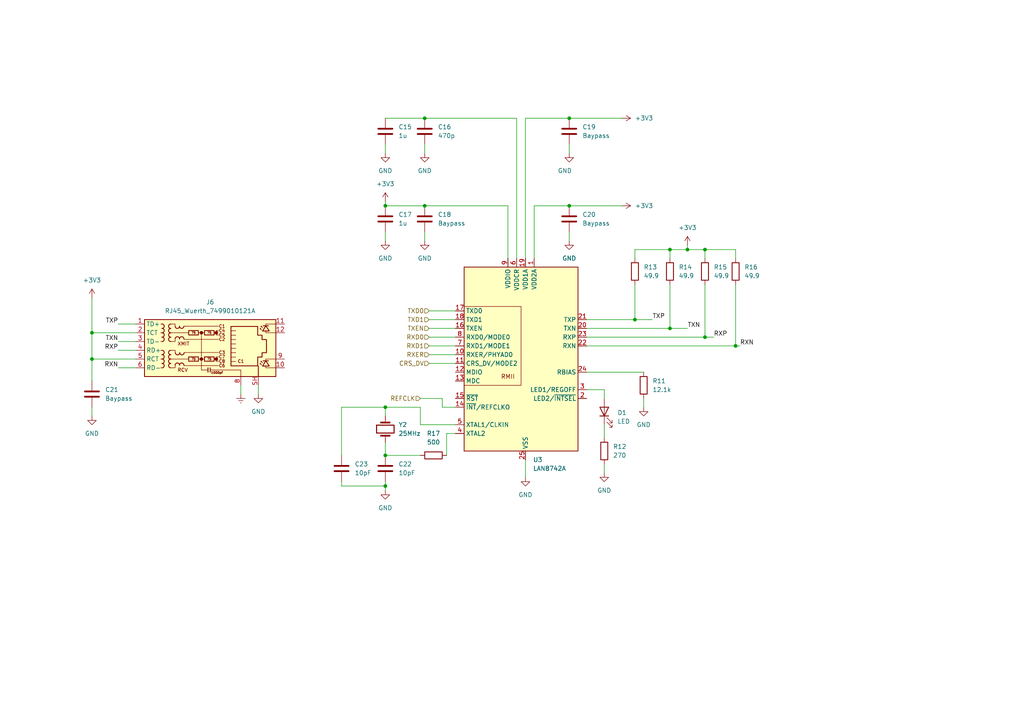
<source format=kicad_sch>
(kicad_sch (version 20230121) (generator eeschema)
  (paper "A4")
  (lib_symbols
    (symbol "Connector:RJ45_Wuerth_7499010121A"
      (property "Reference" "J" (at 17.78 10.16 0))
      (property "Value" "RJ45_Wuerth_7499010121A" (at -6.35 10.16 0))
      (symbol "RJ45_Wuerth_7499010121A_0_0"
        (circle (center -1.27 -2.54) (radius 0.0001) (stroke (width 0.508)))
        (circle (center -1.27 5.08) (radius 0.0001) (stroke (width 0.508)))
        (polyline (pts (xy -1.27 5.08) (xy -1.27 -5.715)))
        (polyline (pts (xy 0.635 -5.08) (xy 0.635 -6.35)) (stroke (width 0.254)))
        (polyline (pts (xy 1.27 -5.08) (xy 1.27 -6.35)) (stroke (width 0.254)))
        (polyline (pts (xy 3.048 -2.54) (xy 2.54 -2.54)))
        (polyline (pts (xy 3.048 5.08) (xy 2.54 5.08)))
        (polyline (pts (xy 17.399 -3.175) (xy 17.399 -2.54) (xy 20.32 -2.54)))
        (polyline (pts (xy 17.399 6.985) (xy 17.399 7.62) (xy 20.32 7.62)))
        (polyline (pts (xy 20.32 -5.08) (xy 17.399 -5.08) (xy 17.399 -4.572)))
        (polyline (pts (xy 20.32 5.08) (xy 17.399 5.08) (xy 17.399 5.588)))
        (polyline (pts (xy 3.683 -1.905) (xy 3.048 -1.905) (xy 3.048 -3.175) (xy 3.683 -3.175)))
        (polyline (pts (xy 3.683 5.715) (xy 3.048 5.715) (xy 3.048 4.445) (xy 3.683 4.445)))
        (circle (center 3.048 -2.54) (radius 0.0001) (stroke (width 0.508)))
        (circle (center 3.048 5.08) (radius 0.0001) (stroke (width 0.508)))
        (text "C1" (at 4.699 6.985 0) (effects (font (size 0.889 0.889))))
        (text "C1" (at 10.16 -3.175 0) (effects (font (size 0.889 0.889))))
        (text "C2" (at 4.699 3.175 0) (effects (font (size 0.889 0.889))))
        (text "C3" (at 4.699 -0.635 0) (effects (font (size 0.889 0.889))))
        (text "C4" (at 4.699 5.715 0) (effects (font (size 0.889 0.889))))
        (text "C5" (at 4.699 4.445 0) (effects (font (size 0.889 0.889))))
        (text "C6" (at 4.699 -4.445 0) (effects (font (size 0.889 0.889))))
        (text "C7" (at 4.699 -1.905 0) (effects (font (size 0.889 0.889))))
        (text "C8" (at 4.699 -3.175 0) (effects (font (size 0.889 0.889))))
        (text "RCV" (at -8.255 -5.715 0) (effects (font (size 1.016 1.016)) (justify left)))
        (text "XMIT" (at -8.255 1.905 0) (effects (font (size 1.016 1.016)) (justify left)))
      )
      (symbol "RJ45_Wuerth_7499010121A_0_1"
        (rectangle (start -17.78 8.89) (end 20.32 -7.62) (stroke (width 0.254)) (fill (type background)))
        (polyline (pts (xy -12.7 -5.08) (xy -13.081 -5.08)))
        (polyline (pts (xy -12.7 -2.54) (xy -13.081 -2.54)))
        (polyline (pts (xy -12.7 0) (xy -13.081 0)))
        (polyline (pts (xy -12.7 2.54) (xy -13.081 2.54)))
        (polyline (pts (xy -12.7 5.08) (xy -13.081 5.08)))
        (polyline (pts (xy -12.7 7.62) (xy -13.081 7.62)))
        (polyline (pts (xy -6.35 -4.445) (xy 3.683 -4.445)))
        (polyline (pts (xy -6.35 3.175) (xy 3.683 3.175)))
        (polyline (pts (xy -6.35 6.985) (xy 3.683 6.985)))
        (polyline (pts (xy -6.223 -0.635) (xy 3.683 -0.635)))
        (polyline (pts (xy -5.08 -2.54) (xy -10.16 -2.54)))
        (polyline (pts (xy -4.953 5.08) (xy -10.16 5.08)))
        (polyline (pts (xy -2.159 -2.54) (xy -0.381 -2.54)))
        (polyline (pts (xy -2.159 5.08) (xy -0.381 5.08)))
        (polyline (pts (xy 0.635 -5.715) (xy -1.27 -5.715)))
        (polyline (pts (xy 7.4295 -1.9685) (xy 8.6995 -1.9685)))
        (polyline (pts (xy 7.4295 -0.6985) (xy 8.6995 -0.6985)))
        (polyline (pts (xy 7.4295 0.5715) (xy 8.6995 0.5715)))
        (polyline (pts (xy 7.4295 1.8415) (xy 8.6995 1.8415)))
        (polyline (pts (xy 7.4295 3.1115) (xy 8.6995 3.1115)))
        (polyline (pts (xy 8.6995 -3.2385) (xy 7.4295 -3.2385)))
        (polyline (pts (xy 8.6995 4.3815) (xy 7.4295 4.3815)))
        (polyline (pts (xy 8.6995 5.6515) (xy 7.4295 5.6515)))
        (polyline (pts (xy 10.16 -5.715) (xy 1.27 -5.715)))
        (polyline (pts (xy 10.16 -5.715) (xy 10.16 -7.62)))
        (polyline (pts (xy -10.16 0) (xy -8.89 0) (xy -8.89 -0.635)))
        (polyline (pts (xy -10.16 7.62) (xy -8.89 7.62) (xy -8.89 6.985)))
        (polyline (pts (xy -8.89 -4.445) (xy -8.89 -5.08) (xy -10.16 -5.08)))
        (polyline (pts (xy -8.89 3.175) (xy -8.89 2.54) (xy -10.16 2.54)))
      )
      (symbol "RJ45_Wuerth_7499010121A_1_0"
        (text "1000pF" (at 3.302 -6.477 0) (effects (font (size 0.635 0.635))))
      )
      (symbol "RJ45_Wuerth_7499010121A_1_1"
        (arc (start -12.7 -1.27) (mid -12.0677 -0.635) (end -12.7 0) (stroke (width 0.254)))
        (arc (start -12.6973 -5.08) (mid -12.065 -4.445) (end -12.6973 -3.81) (stroke (width 0.254)))
        (arc (start -12.6973 -3.81) (mid -12.065 -3.175) (end -12.6973 -2.54) (stroke (width 0.254)))
        (arc (start -12.6973 -2.54) (mid -12.065 -1.905) (end -12.6973 -1.27) (stroke (width 0.254)))
        (arc (start -12.6973 6.35) (mid -12.065 6.985) (end -12.6973 7.62) (stroke (width 0.254)))
        (arc (start -12.6946 2.54) (mid -12.0623 3.175) (end -12.6946 3.81) (stroke (width 0.254)))
        (arc (start -12.6946 3.81) (mid -12.0623 4.445) (end -12.6946 5.08) (stroke (width 0.254)))
        (arc (start -12.6946 5.08) (mid -12.0623 5.715) (end -12.6946 6.35) (stroke (width 0.254)))
        (arc (start -10.1654 -2.54) (mid -10.7977 -3.175) (end -10.1654 -3.81) (stroke (width 0.254)))
        (arc (start -10.1654 -1.27) (mid -10.7977 -1.905) (end -10.1654 -2.54) (stroke (width 0.254)))
        (arc (start -10.1654 0) (mid -10.7977 -0.635) (end -10.1654 -1.27) (stroke (width 0.254)))
        (arc (start -10.1654 5.08) (mid -10.7977 4.445) (end -10.1654 3.81) (stroke (width 0.254)))
        (arc (start -10.1654 6.35) (mid -10.7977 5.715) (end -10.1654 5.08) (stroke (width 0.254)))
        (arc (start -10.1654 7.62) (mid -10.7977 6.985) (end -10.1654 6.35) (stroke (width 0.254)))
        (arc (start -10.1627 -3.81) (mid -10.795 -4.445) (end -10.1627 -5.08) (stroke (width 0.254)))
        (arc (start -10.1627 3.81) (mid -10.795 3.175) (end -10.1627 2.54) (stroke (width 0.254)))
        (arc (start -8.89 6.9823) (mid -8.255 6.35) (end -7.62 6.9823) (stroke (width 0.254)))
        (arc (start -8.8265 -0.7012) (mid -8.1915 -1.3335) (end -7.5565 -0.7012) (stroke (width 0.254)))
        (arc (start -7.62 -4.3153) (mid -8.255 -3.683) (end -8.89 -4.3153) (stroke (width 0.254)))
        (arc (start -7.62 3.3047) (mid -8.255 3.937) (end -8.89 3.3047) (stroke (width 0.254)))
        (arc (start -7.62 6.985) (mid -6.985 6.3527) (end -6.35 6.985) (stroke (width 0.254)))
        (arc (start -7.5565 -0.6985) (mid -6.9215 -1.3308) (end -6.2865 -0.6985) (stroke (width 0.254)))
        (arc (start -6.35 -4.3126) (mid -6.985 -3.6803) (end -7.62 -4.3126) (stroke (width 0.254)))
        (arc (start -6.35 3.3074) (mid -6.985 3.9397) (end -7.62 3.3074) (stroke (width 0.254)))
        (rectangle (start -4.953 -1.905) (end -2.159 -3.175) (stroke (width 0.254)))
        (rectangle (start -4.953 5.715) (end -2.159 4.445) (stroke (width 0.254)))
        (rectangle (start -0.381 -1.905) (end 2.413 -3.175) (stroke (width 0.254)))
        (rectangle (start -0.381 5.715) (end 2.413 4.445) (stroke (width 0.254)))
        (polyline (pts (xy 15.24 -7.62) (xy 15.24 -4.572)) (stroke (width 0.254)))
        (polyline (pts (xy 15.748 -3.81) (xy 15.748 -4.064)))
        (polyline (pts (xy 15.748 6.35) (xy 15.748 6.096)))
        (polyline (pts (xy 16.002 -3.175) (xy 16.002 -3.429)))
        (polyline (pts (xy 16.002 6.985) (xy 16.002 6.731)))
        (polyline (pts (xy 16.637 -3.048) (xy 18.161 -3.048)) (stroke (width 0.254)))
        (polyline (pts (xy 16.637 7.112) (xy 18.161 7.112)) (stroke (width 0.254)))
        (polyline (pts (xy 16.256 -4.318) (xy 15.748 -3.81) (xy 16.002 -3.81)))
        (polyline (pts (xy 16.256 5.842) (xy 15.748 6.35) (xy 16.002 6.35)))
        (polyline (pts (xy 16.51 -3.683) (xy 16.002 -3.175) (xy 16.256 -3.175)))
        (polyline (pts (xy 16.51 6.477) (xy 16.002 6.985) (xy 16.256 6.985)))
        (polyline (pts (xy 16.51 -4.572) (xy 18.415 -4.572) (xy 17.399 -3.048) (xy 16.51 -4.572)) (stroke (width 0.254)))
        (polyline (pts (xy 16.51 5.588) (xy 18.415 5.588) (xy 17.399 7.112) (xy 16.51 5.588)) (stroke (width 0.254)))
        (polyline (pts (xy 7.3025 -4.5085) (xy 7.3025 6.9215) (xy 15.0495 6.9215) (xy 15.0495 4.3815) (xy 16.3195 4.3815) (xy 16.3195 3.1115) (xy 17.5895 3.1115) (xy 17.5895 -0.6985) (xy 16.3195 -0.6985) (xy 16.3195 -1.9685) (xy 15.0495 -1.9685) (xy 15.0495 -4.5085) (xy 7.3025 -4.5085)) (stroke (width 0.254)))
        (text "75" (at -3.556 -2.54 0) (effects (font (size 0.635 0.635))))
        (text "75" (at -3.556 5.08 0) (effects (font (size 0.635 0.635))))
        (text "75" (at 1.016 -2.54 0) (effects (font (size 0.635 0.635))))
        (text "75" (at 1.016 5.08 0) (effects (font (size 0.635 0.635))))
        (pin passive line (at -20.32 7.62 0) (length 2.54) (name "TD+") (number "1"))
        (pin passive line (at 22.86 -5.08 180) (length 2.54) (name "") (number "10"))
        (pin passive line (at 22.86 7.62 180) (length 2.54) (name "") (number "11"))
        (pin passive line (at 22.86 5.08 180) (length 2.54) (name "") (number "12"))
        (pin passive line (at -20.32 5.08 0) (length 2.54) (name "TCT") (number "2"))
        (pin passive line (at -20.32 2.54 0) (length 2.54) (name "TD-") (number "3"))
        (pin passive line (at -20.32 0 0) (length 2.54) (name "RD+") (number "4"))
        (pin passive line (at -20.32 -2.54 0) (length 2.54) (name "RCT") (number "5"))
        (pin passive line (at -20.32 -5.08 0) (length 2.54) (name "RD-") (number "6"))
        (pin no_connect line (at 20.32 0 0) (length 0) hide (name "NC") (number "7"))
        (pin power_in line (at 10.16 -10.16 90) (length 2.54) (name "") (number "8"))
        (pin passive line (at 22.86 -2.54 180) (length 2.54) (name "") (number "9"))
        (pin passive line (at 15.24 -10.16 90) (length 2.54) (name "") (number "SH"))
      )
    )
    (symbol "Device:C" (pin_numbers hide) (pin_names (offset 0.254))
      (property "Reference" "C" (at 0.635 2.54 0))
      (property "Value" "C" (at 0.635 -2.54 0))
      (symbol "C_0_1"
        (polyline (pts (xy -2.032 -0.762) (xy 2.032 -0.762)) (stroke (width 0.508)))
        (polyline (pts (xy -2.032 0.762) (xy 2.032 0.762)) (stroke (width 0.508)))
      )
      (symbol "C_1_1"
        (pin passive line (at 0 3.81 270) (length 2.794) (name "~") (number "1"))
        (pin passive line (at 0 -3.81 90) (length 2.794) (name "~") (number "2"))
      )
    )
    (symbol "Device:Crystal" (pin_numbers hide) (pin_names (offset 1.016) hide)
      (property "Reference" "Y" (at 0 3.81 0))
      (property "Value" "Crystal" (at 0 -3.81 0))
      (symbol "Crystal_0_1"
        (rectangle (start -1.143 2.54) (end 1.143 -2.54) (stroke (width 0.3048)))
        (polyline (pts (xy -2.54 0) (xy -1.905 0)))
        (polyline (pts (xy -1.905 -1.27) (xy -1.905 1.27)) (stroke (width 0.508)))
        (polyline (pts (xy 1.905 -1.27) (xy 1.905 1.27)) (stroke (width 0.508)))
        (polyline (pts (xy 2.54 0) (xy 1.905 0)))
      )
      (symbol "Crystal_1_1"
        (pin passive line (at -3.81 0 0) (length 1.27) (name "1") (number "1"))
        (pin passive line (at 3.81 0 180) (length 1.27) (name "2") (number "2"))
      )
    )
    (symbol "Device:LED" (pin_numbers hide) (pin_names (offset 1.016) hide)
      (property "Reference" "D" (at 0 2.54 0))
      (property "Value" "LED" (at 0 -2.54 0))
      (symbol "LED_0_1"
        (polyline (pts (xy -1.27 -1.27) (xy -1.27 1.27)) (stroke (width 0.254)))
        (polyline (pts (xy -1.27 0) (xy 1.27 0)))
        (polyline (pts (xy 1.27 -1.27) (xy 1.27 1.27) (xy -1.27 0) (xy 1.27 -1.27)) (stroke (width 0.254)))
        (polyline (pts (xy -3.048 -0.762) (xy -4.572 -2.286) (xy -3.81 -2.286) (xy -4.572 -2.286) (xy -4.572 -1.524)))
        (polyline (pts (xy -1.778 -0.762) (xy -3.302 -2.286) (xy -2.54 -2.286) (xy -3.302 -2.286) (xy -3.302 -1.524)))
      )
      (symbol "LED_1_1"
        (pin passive line (at -3.81 0 0) (length 2.54) (name "K") (number "1"))
        (pin passive line (at 3.81 0 180) (length 2.54) (name "A") (number "2"))
      )
    )
    (symbol "Device:R" (pin_numbers hide) (pin_names (offset 0))
      (property "Reference" "R" (at 2.032 0 90))
      (property "Value" "R" (at 0 0 90))
      (symbol "R_0_1"
        (rectangle (start -1.016 -2.54) (end 1.016 2.54) (stroke (width 0.254)))
      )
      (symbol "R_1_1"
        (pin passive line (at 0 3.81 270) (length 1.27) (name "~") (number "1"))
        (pin passive line (at 0 -3.81 90) (length 1.27) (name "~") (number "2"))
      )
    )
    (symbol "Interface_Ethernet:LAN8742A"
      (property "Reference" "U" (at -13.97 29.21 0))
      (property "Value" "LAN8742A" (at 15.24 29.21 0))
      (symbol "LAN8742A_0_0"
        (text "RMII" (at -5.08 -3.81 0) (effects (font (size 1.27 1.27))))
      )
      (symbol "LAN8742A_0_1"
        (rectangle (start -17.78 27.94) (end 15.24 -25.4) (stroke (width 0.254)) (fill (type background)))
        (polyline (pts (xy -17.78 -6.35) (xy -1.27 -6.35) (xy -1.27 16.51) (xy -17.78 16.51)))
      )
      (symbol "LAN8742A_1_1"
        (pin power_in line (at 2.54 30.48 270) (length 2.54) (name "VDD2A") (number "1"))
        (pin output line (at -20.32 2.54 0) (length 2.54) (name "RXER/PHYAD0") (number "10"))
        (pin bidirectional line (at -20.32 0 0) (length 2.54) (name "CRS_DV/MODE2") (number "11"))
        (pin bidirectional line (at -20.32 -2.54 0) (length 2.54) (name "MDIO") (number "12"))
        (pin input line (at -20.32 -5.08 0) (length 2.54) (name "MDC") (number "13"))
        (pin output line (at -20.32 -12.7 0) (length 2.54) (name "~{INT}/REFCLKO") (number "14"))
        (pin input line (at -20.32 -10.16 0) (length 2.54) (name "~{RST}") (number "15"))
        (pin input line (at -20.32 10.16 0) (length 2.54) (name "TXEN") (number "16"))
        (pin input line (at -20.32 15.24 0) (length 2.54) (name "TXD0") (number "17"))
        (pin input line (at -20.32 12.7 0) (length 2.54) (name "TXD1") (number "18"))
        (pin power_in line (at 0 30.48 270) (length 2.54) (name "VDD1A") (number "19"))
        (pin bidirectional line (at 17.78 -10.16 180) (length 2.54) (name "LED2/~{INTSEL}") (number "2"))
        (pin passive line (at 17.78 10.16 180) (length 2.54) (name "TXN") (number "20"))
        (pin passive line (at 17.78 12.7 180) (length 2.54) (name "TXP") (number "21"))
        (pin passive line (at 17.78 5.08 180) (length 2.54) (name "RXN") (number "22"))
        (pin passive line (at 17.78 7.62 180) (length 2.54) (name "RXP") (number "23"))
        (pin passive line (at 17.78 -2.54 180) (length 2.54) (name "RBIAS") (number "24"))
        (pin power_in line (at 0 -27.94 90) (length 2.54) (name "VSS") (number "25"))
        (pin bidirectional line (at 17.78 -7.62 180) (length 2.54) (name "LED1/REGOFF") (number "3"))
        (pin output line (at -20.32 -20.32 0) (length 2.54) (name "XTAL2") (number "4"))
        (pin input line (at -20.32 -17.78 0) (length 2.54) (name "XTAL1/CLKIN") (number "5"))
        (pin power_in line (at -2.54 30.48 270) (length 2.54) (name "VDDCR") (number "6"))
        (pin bidirectional line (at -20.32 5.08 0) (length 2.54) (name "RXD1/MODE1") (number "7"))
        (pin bidirectional line (at -20.32 7.62 0) (length 2.54) (name "RXD0/MODE0") (number "8"))
        (pin power_in line (at -5.08 30.48 270) (length 2.54) (name "VDDIO") (number "9"))
      )
    )
    (symbol "power:+3V3" (power) (pin_names (offset 0))
      (property "Value" "+3V3" (at 0 3.556 0))
      (symbol "+3V3_0_1"
        (polyline (pts (xy -0.762 1.27) (xy 0 2.54)))
        (polyline (pts (xy 0 0) (xy 0 2.54)))
        (polyline (pts (xy 0 2.54) (xy 0.762 1.27)))
      )
      (symbol "+3V3_1_1"
        (pin power_in line (at 0 0 90) (length 0) hide (name "+3V3") (number "1"))
      )
    )
    (symbol "power:Earth" (power) (pin_names (offset 0))
      (symbol "Earth_0_1"
        (polyline (pts (xy -0.635 -1.905) (xy 0.635 -1.905)))
        (polyline (pts (xy -0.127 -2.54) (xy 0.127 -2.54)))
        (polyline (pts (xy 0 -1.27) (xy 0 0)))
        (polyline (pts (xy 1.27 -1.27) (xy -1.27 -1.27)))
      )
      (symbol "Earth_1_1"
        (pin power_in line (at 0 0 270) (length 0) hide (name "Earth") (number "1"))
      )
    )
    (symbol "power:GND" (power) (pin_names (offset 0))
      (property "Value" "GND" (at 0 -3.81 0))
      (symbol "GND_0_1"
        (polyline (pts (xy 0 0) (xy 0 -1.27) (xy 1.27 -1.27) (xy 0 -2.54) (xy -1.27 -1.27) (xy 0 -1.27)))
      )
      (symbol "GND_1_1"
        (pin power_in line (at 0 0 270) (length 0) hide (name "GND") (number "1"))
      )
    )
  )
  (junction (at 199.39 72.39))
  (junction (at 213.36 100.33))
  (junction (at 111.76 59.69))
  (junction (at 26.67 104.14))
  (junction (at 165.1 34.29))
  (junction (at 123.19 34.29))
  (junction (at 111.76 118.11))
  (junction (at 204.47 97.79))
  (junction (at 165.1 59.69))
  (junction (at 111.76 140.97))
  (junction (at 26.67 96.52))
  (junction (at 194.31 95.25))
  (junction (at 194.31 72.39))
  (junction (at 184.15 92.71))
  (junction (at 204.47 72.39))
  (junction (at 111.76 132.08))
  (junction (at 123.19 59.69))
  (wire (pts (xy 147.32 59.69) (xy 147.32 74.93)))
  (wire (pts (xy 149.86 34.29) (xy 149.86 74.93)))
  (wire (pts (xy 34.29 93.98) (xy 39.37 93.98)))
  (wire (pts (xy 152.4 133.35) (xy 152.4 138.43)))
  (wire (pts (xy 74.93 111.76) (xy 74.93 114.3)))
  (wire (pts (xy 26.67 96.52) (xy 39.37 96.52)))
  (wire (pts (xy 170.18 113.03) (xy 175.26 113.03)))
  (wire (pts (xy 184.15 82.55) (xy 184.15 92.71)))
  (wire (pts (xy 170.18 97.79) (xy 204.47 97.79)))
  (wire (pts (xy 184.15 92.71) (xy 189.23 92.71)))
  (wire (pts (xy 123.19 59.69) (xy 147.32 59.69)))
  (wire (pts (xy 186.69 115.57) (xy 186.69 118.11)))
  (wire (pts (xy 111.76 128.27) (xy 111.76 132.08)))
  (wire (pts (xy 121.92 123.19) (xy 121.92 118.11)))
  (wire (pts (xy 165.1 67.31) (xy 165.1 69.85)))
  (wire (pts (xy 165.1 59.69) (xy 180.34 59.69)))
  (wire (pts (xy 111.76 34.29) (xy 123.19 34.29)))
  (wire (pts (xy 204.47 82.55) (xy 204.47 97.79)))
  (wire (pts (xy 123.19 34.29) (xy 149.86 34.29)))
  (wire (pts (xy 111.76 41.91) (xy 111.76 44.45)))
  (wire (pts (xy 175.26 113.03) (xy 175.26 115.57)))
  (wire (pts (xy 111.76 139.7) (xy 111.76 140.97)))
  (wire (pts (xy 204.47 97.79) (xy 207.01 97.79)))
  (wire (pts (xy 124.46 105.41) (xy 132.08 105.41)))
  (wire (pts (xy 154.94 59.69) (xy 154.94 74.93)))
  (wire (pts (xy 128.27 118.11) (xy 132.08 118.11)))
  (wire (pts (xy 111.76 59.69) (xy 123.19 59.69)))
  (wire (pts (xy 165.1 59.69) (xy 154.94 59.69)))
  (wire (pts (xy 34.29 106.68) (xy 39.37 106.68)))
  (wire (pts (xy 124.46 100.33) (xy 132.08 100.33)))
  (wire (pts (xy 121.92 115.57) (xy 128.27 115.57)))
  (wire (pts (xy 132.08 125.73) (xy 129.54 125.73)))
  (wire (pts (xy 34.29 101.6) (xy 39.37 101.6)))
  (wire (pts (xy 99.06 139.7) (xy 99.06 140.97)))
  (wire (pts (xy 213.36 72.39) (xy 213.36 74.93)))
  (wire (pts (xy 175.26 134.62) (xy 175.26 137.16)))
  (wire (pts (xy 111.76 118.11) (xy 111.76 120.65)))
  (wire (pts (xy 124.46 97.79) (xy 132.08 97.79)))
  (wire (pts (xy 184.15 72.39) (xy 194.31 72.39)))
  (wire (pts (xy 111.76 58.42) (xy 111.76 59.69)))
  (wire (pts (xy 213.36 100.33) (xy 214.63 100.33)))
  (wire (pts (xy 111.76 67.31) (xy 111.76 69.85)))
  (wire (pts (xy 199.39 71.12) (xy 199.39 72.39)))
  (wire (pts (xy 184.15 74.93) (xy 184.15 72.39)))
  (wire (pts (xy 204.47 72.39) (xy 213.36 72.39)))
  (wire (pts (xy 69.85 111.76) (xy 69.85 114.3)))
  (wire (pts (xy 26.67 104.14) (xy 26.67 110.49)))
  (wire (pts (xy 170.18 92.71) (xy 184.15 92.71)))
  (wire (pts (xy 26.67 86.36) (xy 26.67 96.52)))
  (wire (pts (xy 124.46 102.87) (xy 132.08 102.87)))
  (wire (pts (xy 26.67 118.11) (xy 26.67 120.65)))
  (wire (pts (xy 213.36 82.55) (xy 213.36 100.33)))
  (wire (pts (xy 34.29 99.06) (xy 39.37 99.06)))
  (wire (pts (xy 129.54 125.73) (xy 129.54 132.08)))
  (wire (pts (xy 26.67 104.14) (xy 39.37 104.14)))
  (wire (pts (xy 26.67 96.52) (xy 26.67 104.14)))
  (wire (pts (xy 180.34 34.29) (xy 165.1 34.29)))
  (wire (pts (xy 165.1 34.29) (xy 152.4 34.29)))
  (wire (pts (xy 170.18 107.95) (xy 186.69 107.95)))
  (wire (pts (xy 124.46 92.71) (xy 132.08 92.71)))
  (wire (pts (xy 128.27 115.57) (xy 128.27 118.11)))
  (wire (pts (xy 123.19 67.31) (xy 123.19 69.85)))
  (wire (pts (xy 194.31 95.25) (xy 199.39 95.25)))
  (wire (pts (xy 204.47 72.39) (xy 204.47 74.93)))
  (wire (pts (xy 194.31 72.39) (xy 199.39 72.39)))
  (wire (pts (xy 124.46 95.25) (xy 132.08 95.25)))
  (wire (pts (xy 111.76 132.08) (xy 121.92 132.08)))
  (wire (pts (xy 170.18 100.33) (xy 213.36 100.33)))
  (wire (pts (xy 123.19 41.91) (xy 123.19 44.45)))
  (wire (pts (xy 111.76 118.11) (xy 99.06 118.11)))
  (wire (pts (xy 124.46 90.17) (xy 132.08 90.17)))
  (wire (pts (xy 99.06 118.11) (xy 99.06 132.08)))
  (wire (pts (xy 132.08 123.19) (xy 121.92 123.19)))
  (wire (pts (xy 194.31 82.55) (xy 194.31 95.25)))
  (wire (pts (xy 99.06 140.97) (xy 111.76 140.97)))
  (wire (pts (xy 175.26 123.19) (xy 175.26 127)))
  (wire (pts (xy 152.4 34.29) (xy 152.4 74.93)))
  (wire (pts (xy 165.1 41.91) (xy 165.1 44.45)))
  (wire (pts (xy 199.39 72.39) (xy 204.47 72.39)))
  (wire (pts (xy 194.31 72.39) (xy 194.31 74.93)))
  (wire (pts (xy 170.18 95.25) (xy 194.31 95.25)))
  (wire (pts (xy 121.92 118.11) (xy 111.76 118.11)))
  (wire (pts (xy 111.76 140.97) (xy 111.76 142.24)))
  (label "TXN" (at 34.29 99.06 180))
  (label "TXP" (at 34.29 93.98 180))
  (label "RXP" (at 207.01 97.79 0))
  (label "TXP" (at 189.23 92.71 0))
  (label "RXN" (at 214.63 100.33 0))
  (label "TXN" (at 199.39 95.25 0))
  (label "RXP" (at 34.29 101.6 180))
  (label "RXN" (at 34.29 106.68 180))
  (hierarchical_label "REFCLK" (shape input) (at 121.92 115.57 180))
  (hierarchical_label "RXD1" (shape input) (at 124.46 100.33 180))
  (hierarchical_label "TXD0" (shape input) (at 124.46 90.17 180))
  (hierarchical_label "RXD0" (shape input) (at 124.46 97.79 180))
  (hierarchical_label "RXER" (shape input) (at 124.46 102.87 180))
  (hierarchical_label "TXD1" (shape input) (at 124.46 92.71 180))
  (hierarchical_label "TXEN" (shape input) (at 124.46 95.25 180))
  (hierarchical_label "CRS_DV" (shape input) (at 124.46 105.41 180))
  (symbol (lib_id "power:+3V3") (at 26.67 86.36 0) (unit 1)
    (property "Reference" "#PWR048" (effects hide))
    (property "Value" "+3V3" (at 26.67 81.28 0))
  )
  (symbol (lib_id "power:GND") (at 111.76 69.85 0) (unit 1)
    (property "Reference" "#PWR038" (effects hide))
    (property "Value" "GND" (at 111.76 74.93 0))
  )
  (symbol (lib_id "Device:LED") (at 175.26 119.38 90) (unit 1)
    (property "Reference" "D1" (at 179.07 119.6975 90) (effects (justify right)))
    (property "Value" "LED" (at 179.07 122.2375 90) (effects (justify right)))
  )
  (symbol (lib_id "Device:C") (at 123.19 38.1 0) (unit 1)
    (property "Reference" "C16" (at 127 36.83 0) (effects (justify left)))
    (property "Value" "470p" (at 127 39.37 0) (effects (justify left)))
  )
  (symbol (lib_id "Device:C") (at 123.19 63.5 0) (unit 1)
    (property "Reference" "C18" (at 127 62.23 0) (effects (justify left)))
    (property "Value" "Baypass" (at 127 64.77 0) (effects (justify left)))
  )
  (symbol (lib_id "Device:C") (at 165.1 38.1 0) (unit 1)
    (property "Reference" "C19" (at 168.91 36.83 0) (effects (justify left)))
    (property "Value" "Baypass" (at 168.91 39.37 0) (effects (justify left)))
  )
  (symbol (lib_id "power:GND") (at 152.4 138.43 0) (unit 1)
    (property "Reference" "#PWR045" (effects hide))
    (property "Value" "GND" (at 152.4 143.51 0))
  )
  (symbol (lib_id "power:+3V3") (at 111.76 58.42 0) (unit 1)
    (property "Reference" "#PWR037" (effects hide))
    (property "Value" "+3V3" (at 111.76 53.34 0))
  )
  (symbol (lib_id "Device:R") (at 125.73 132.08 90) (unit 1)
    (property "Reference" "R17" (at 125.73 125.73 90))
    (property "Value" "500" (at 125.73 128.27 90))
  )
  (symbol (lib_id "Device:R") (at 204.47 78.74 0) (unit 1)
    (property "Reference" "R15" (at 207.01 77.47 0) (effects (justify left)))
    (property "Value" "49.9" (at 207.01 80.01 0) (effects (justify left)))
  )
  (symbol (lib_id "power:Earth") (at 69.85 114.3 0) (unit 1)
    (property "Reference" "#PWR047" (effects hide))
    (property "Value" "Earth" (effects hide))
  )
  (symbol (lib_id "power:GND") (at 186.69 118.11 0) (unit 1)
    (property "Reference" "#PWR044" (effects hide))
    (property "Value" "GND" (at 186.69 123.19 0))
  )
  (symbol (lib_id "power:GND") (at 123.19 44.45 0) (unit 1)
    (property "Reference" "#PWR036" (effects hide))
    (property "Value" "GND" (at 123.19 49.53 0))
  )
  (symbol (lib_id "power:+3V3") (at 199.39 71.12 0) (unit 1)
    (property "Reference" "#PWR051" (effects hide))
    (property "Value" "+3V3" (at 199.39 66.04 0))
  )
  (symbol (lib_id "power:GND") (at 175.26 137.16 0) (unit 1)
    (property "Reference" "#PWR046" (effects hide))
    (property "Value" "GND" (at 175.26 142.24 0))
  )
  (symbol (lib_id "power:GND") (at 111.76 142.24 0) (unit 1)
    (property "Reference" "#PWR052" (effects hide))
    (property "Value" "GND" (at 111.76 147.32 0))
  )
  (symbol (lib_id "power:GND") (at 26.67 120.65 0) (unit 1)
    (property "Reference" "#PWR049" (effects hide))
    (property "Value" "GND" (at 26.67 125.73 0))
  )
  (symbol (lib_id "power:GND") (at 165.1 44.45 0) (unit 1)
    (property "Reference" "#PWR041" (effects hide))
    (property "Value" "GND" (at 163.83 49.53 0))
  )
  (symbol (lib_id "Interface_Ethernet:LAN8742A") (at 152.4 105.41 0) (unit 1)
    (property "Reference" "U3" (at 154.5941 133.35 0) (effects (justify left)))
    (property "Value" "LAN8742A" (at 154.5941 135.89 0) (effects (justify left)))
    (property "Footprint" "Package_DFN_QFN:VQFN-24-1EP_4x4mm_P0.5mm_EP2.5x2.5mm_ThermalVias" (effects hide))
    (property "Datasheet" "http://ww1.microchip.com/downloads/en/DeviceDoc/8742a.pdf" (effects hide))
  )
  (symbol (lib_id "power:GND") (at 111.76 44.45 0) (unit 1)
    (property "Reference" "#PWR035" (effects hide))
    (property "Value" "GND" (at 111.76 49.53 0))
  )
  (symbol (lib_id "Device:R") (at 184.15 78.74 0) (unit 1)
    (property "Reference" "R13" (at 186.69 77.47 0) (effects (justify left)))
    (property "Value" "49.9" (at 186.69 80.01 0) (effects (justify left)))
  )
  (symbol (lib_id "Device:R") (at 194.31 78.74 0) (unit 1)
    (property "Reference" "R14" (at 196.85 77.47 0) (effects (justify left)))
    (property "Value" "49.9" (at 196.85 80.01 0) (effects (justify left)))
  )
  (symbol (lib_id "Device:C") (at 99.06 135.89 0) (unit 1)
    (property "Reference" "C23" (at 102.87 134.62 0) (effects (justify left)))
    (property "Value" "10pF" (at 102.87 137.16 0) (effects (justify left)))
  )
  (symbol (lib_id "power:GND") (at 165.1 69.85 0) (unit 1)
    (property "Reference" "#PWR042" (effects hide))
    (property "Value" "GND" (at 165.1 74.93 0))
  )
  (symbol (lib_id "Device:C") (at 26.67 114.3 0) (unit 1)
    (property "Reference" "C21" (at 30.48 113.03 0) (effects (justify left)))
    (property "Value" "Baypass" (at 30.48 115.57 0) (effects (justify left)))
  )
  (symbol (lib_id "Device:R") (at 186.69 111.76 0) (unit 1)
    (property "Reference" "R11" (at 189.23 110.49 0) (effects (justify left)))
    (property "Value" "12.1k" (at 189.23 113.03 0) (effects (justify left)))
  )
  (symbol (lib_id "Device:C") (at 165.1 63.5 0) (unit 1)
    (property "Reference" "C20" (at 168.91 62.23 0) (effects (justify left)))
    (property "Value" "Baypass" (at 168.91 64.77 0) (effects (justify left)))
  )
  (symbol (lib_id "power:+3V3") (at 180.34 34.29 270) (unit 1)
    (property "Reference" "#PWR040" (effects hide))
    (property "Value" "+3V3" (at 184.15 34.29 90) (effects (justify left)))
  )
  (symbol (lib_id "Connector:RJ45_Wuerth_7499010121A") (at 59.69 101.6 0) (unit 1)
    (property "Reference" "J6" (at 60.96 87.63 0))
    (property "Value" "RJ45_Wuerth_7499010121A" (at 60.96 90.17 0))
    (property "Footprint" "Connector_RJ:RJ45_Wuerth_7499010121A_Horizontal" (effects hide))
    (property "Datasheet" "http://katalog.we-online.de/pbs/datasheet/7499010121A.pdf" (effects hide))
  )
  (symbol (lib_id "power:GND") (at 74.93 114.3 0) (unit 1)
    (property "Reference" "#PWR050" (effects hide))
    (property "Value" "GND" (at 74.93 119.38 0))
  )
  (symbol (lib_id "Device:R") (at 213.36 78.74 0) (unit 1)
    (property "Reference" "R16" (at 215.9 77.47 0) (effects (justify left)))
    (property "Value" "49.9" (at 215.9 80.01 0) (effects (justify left)))
  )
  (symbol (lib_id "power:+3V3") (at 180.34 59.69 270) (unit 1)
    (property "Reference" "#PWR043" (effects hide))
    (property "Value" "+3V3" (at 184.15 59.69 90) (effects (justify left)))
  )
  (symbol (lib_id "Device:C") (at 111.76 135.89 0) (unit 1)
    (property "Reference" "C22" (at 115.57 134.62 0) (effects (justify left)))
    (property "Value" "10pF" (at 115.57 137.16 0) (effects (justify left)))
  )
  (symbol (lib_id "Device:C") (at 111.76 38.1 0) (unit 1)
    (property "Reference" "C15" (at 115.57 36.83 0) (effects (justify left)))
    (property "Value" "1u" (at 115.57 39.37 0) (effects (justify left)))
  )
  (symbol (lib_id "Device:R") (at 175.26 130.81 0) (unit 1)
    (property "Reference" "R12" (at 177.8 129.54 0) (effects (justify left)))
    (property "Value" "270" (at 177.8 132.08 0) (effects (justify left)))
  )
  (symbol (lib_id "power:GND") (at 123.19 69.85 0) (unit 1)
    (property "Reference" "#PWR039" (effects hide))
    (property "Value" "GND" (at 123.19 74.93 0))
  )
  (symbol (lib_id "Device:C") (at 111.76 63.5 0) (unit 1)
    (property "Reference" "C17" (at 115.57 62.23 0) (effects (justify left)))
    (property "Value" "1u" (at 115.57 64.77 0) (effects (justify left)))
  )
  (symbol (lib_id "Device:Crystal") (at 111.76 124.46 270) (unit 1)
    (property "Reference" "Y2" (at 115.57 123.19 90) (effects (justify left)))
    (property "Value" "25MHz" (at 115.57 125.73 90) (effects (justify left)))
  )
)
</source>
